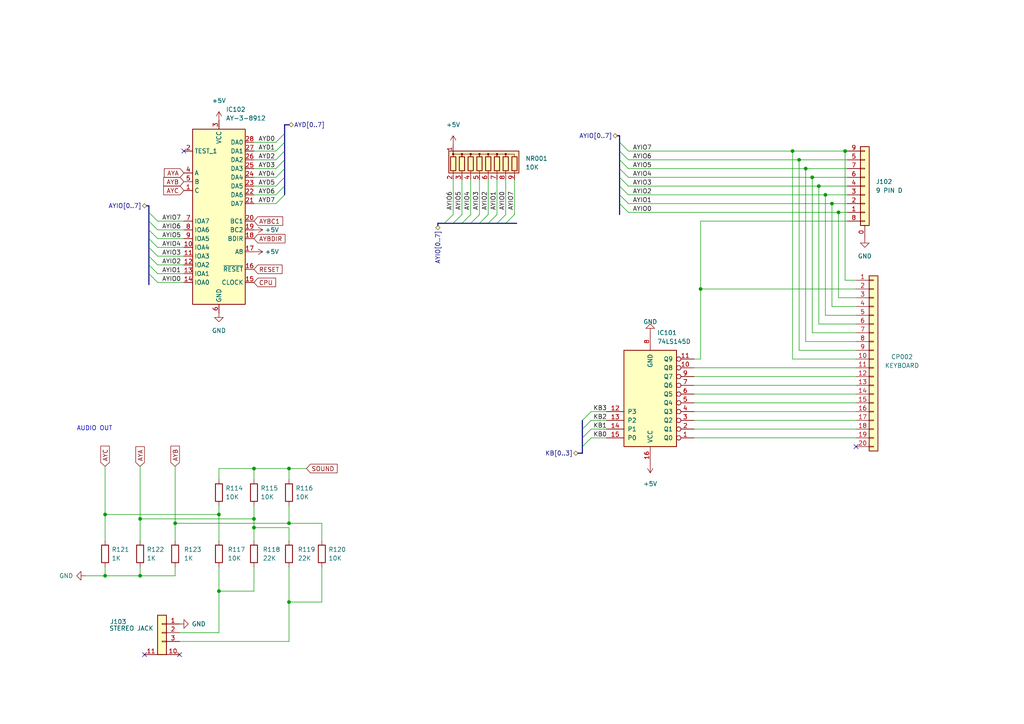
<source format=kicad_sch>
(kicad_sch (version 20211123) (generator eeschema)
  (paper "A4")
  (lib_symbols
    (symbol "74xx:74LS145" (pin_names (offset 1.016))
      (property "Reference" "U" (at -7.62 13.97 0))
      (property "Value" "74LS145" (at -7.62 -16.51 0))
      (symbol "74LS145_1_0"
        (pin open_collector inverted (at 12.7 10.16 180) (length 5.08) (name "Q0") (number "1"))
        (pin open_collector inverted (at 12.7 -10.16 180) (length 5.08) (name "Q8") (number "10"))
        (pin open_collector inverted (at 12.7 -12.7 180) (length 5.08) (name "Q9") (number "11"))
        (pin input line (at -12.7 2.54 0) (length 5.08) (name "P3") (number "12"))
        (pin input line (at -12.7 5.08 0) (length 5.08) (name "P2") (number "13"))
        (pin input line (at -12.7 7.62 0) (length 5.08) (name "P1") (number "14"))
        (pin input line (at -12.7 10.16 0) (length 5.08) (name "P0") (number "15"))
        (pin power_in line (at 0 17.78 270) (length 5.08) (name "VCC") (number "16"))
        (pin open_collector inverted (at 12.7 7.62 180) (length 5.08) (name "Q1") (number "2"))
        (pin open_collector inverted (at 12.7 5.08 180) (length 5.08) (name "Q2") (number "3"))
        (pin open_collector inverted (at 12.7 2.54 180) (length 5.08) (name "Q3") (number "4"))
        (pin open_collector inverted (at 12.7 0 180) (length 5.08) (name "Q4") (number "5"))
        (pin open_collector inverted (at 12.7 -2.54 180) (length 5.08) (name "Q5") (number "6"))
        (pin open_collector inverted (at 12.7 -5.08 180) (length 5.08) (name "Q6") (number "7"))
        (pin power_in line (at 0 -20.32 90) (length 5.08) (name "GND") (number "8"))
        (pin open_collector inverted (at 12.7 -7.62 180) (length 5.08) (name "Q7") (number "9"))
      )
      (symbol "74LS145_1_1"
        (rectangle (start -7.62 12.7) (end 7.62 -15.24) (stroke (width 0.254)) (fill (type background)))
      )
    )
    (symbol "Amstrad:AY-3-8912"
      (property "Reference" "U" (at -7.62 26.67 0))
      (property "Value" "AY-3-8912" (at 2.54 -26.67 0))
      (symbol "AY-3-8912_1_1"
        (rectangle (start -7.62 25.4) (end 7.62 -25.4) (stroke (width 0.254)) (fill (type background)))
        (pin output line (at -10.16 7.62 0) (length 2.54) (name "C") (number "1"))
        (pin input line (at -10.16 -8.89 0) (length 2.54) (name "IOA4") (number "10"))
        (pin input line (at -10.16 -11.43 0) (length 2.54) (name "IOA3") (number "11"))
        (pin input line (at -10.16 -13.97 0) (length 2.54) (name "IOA2") (number "12"))
        (pin input line (at -10.16 -16.51 0) (length 2.54) (name "IOA1") (number "13"))
        (pin input line (at -10.16 -19.05 0) (length 2.54) (name "IOA0") (number "14"))
        (pin input line (at 10.16 -19.05 180) (length 2.54) (name "CLOCK") (number "15"))
        (pin input line (at 10.16 -15.24 180) (length 2.54) (name "~{RESET}") (number "16"))
        (pin input line (at 10.16 -10.16 180) (length 2.54) (name "A8") (number "17"))
        (pin input line (at 10.16 -6.35 180) (length 2.54) (name "BDIR") (number "18"))
        (pin input line (at 10.16 -3.81 180) (length 2.54) (name "BC2") (number "19"))
        (pin passive line (at -10.16 19.05 0) (length 2.54) (name "TEST_1") (number "2"))
        (pin input line (at 10.16 -1.27 180) (length 2.54) (name "BC1") (number "20"))
        (pin tri_state line (at 10.16 3.81 180) (length 2.54) (name "DA7") (number "21"))
        (pin tri_state line (at 10.16 6.35 180) (length 2.54) (name "DA6") (number "22"))
        (pin tri_state line (at 10.16 8.89 180) (length 2.54) (name "DA5") (number "23"))
        (pin tri_state line (at 10.16 11.43 180) (length 2.54) (name "DA4") (number "24"))
        (pin tri_state line (at 10.16 13.97 180) (length 2.54) (name "DA3") (number "25"))
        (pin tri_state line (at 10.16 16.51 180) (length 2.54) (name "DA2") (number "26"))
        (pin tri_state line (at 10.16 19.05 180) (length 2.54) (name "DA1") (number "27"))
        (pin tri_state line (at 10.16 21.59 180) (length 2.54) (name "DA0") (number "28"))
        (pin power_in line (at 0 27.94 270) (length 2.54) (name "VCC") (number "3"))
        (pin output line (at -10.16 12.7 0) (length 2.54) (name "A") (number "4"))
        (pin output line (at -10.16 10.16 0) (length 2.54) (name "B") (number "5"))
        (pin power_in line (at 0 -27.94 90) (length 2.54) (name "GND") (number "6"))
        (pin input line (at -10.16 -1.27 0) (length 2.54) (name "IOA7") (number "7"))
        (pin input line (at -10.16 -3.81 0) (length 2.54) (name "IOA6") (number "8"))
        (pin input line (at -10.16 -6.35 0) (length 2.54) (name "IOA5") (number "9"))
      )
    )
    (symbol "CPC464-MINI:AUDIO" (pin_names (offset 1.016) hide)
      (property "Reference" "J103" (at 5.08 3.175 0))
      (property "Value" "AUDIO" (at 5.08 1.27 0))
      (symbol "AUDIO_1_1"
        (rectangle (start -1.27 -2.413) (end 0 -2.667) (stroke (width 0.1524)))
        (rectangle (start -1.27 0.127) (end 0 -0.127) (stroke (width 0.1524)))
        (rectangle (start -1.27 2.667) (end 0 2.413) (stroke (width 0.1524)))
        (rectangle (start -1.27 5.08) (end 1.27 -6.35) (stroke (width 0.254)) (fill (type background)))
        (pin passive line (at -5.08 2.54 0) (length 3.81) (name "1") (number "1"))
        (pin passive line (at -5.08 -6.35 0) (length 3.81) (name "10") (number "10"))
        (pin passive line (at 5.08 -6.35 180) (length 3.81) (name "11") (number "11"))
        (pin passive line (at -5.08 0 0) (length 3.81) (name "2") (number "2"))
        (pin passive line (at -5.08 -2.54 0) (length 3.81) (name "Ground") (number "3"))
      )
    )
    (symbol "CPC464-MINI:JOYSTICK" (pin_names (offset 1.016) hide)
      (property "Reference" "J102" (at 3.175 1.2701 0))
      (property "Value" "JOYSTICK" (at 3.175 -1.2699 0))
      (symbol "JOYSTICK_1_1"
        (rectangle (start -1.27 -10.033) (end 0 -10.287) (stroke (width 0.1524)))
        (rectangle (start -1.27 -7.493) (end 0 -7.747) (stroke (width 0.1524)))
        (rectangle (start -1.27 -4.953) (end 0 -5.207) (stroke (width 0.1524)))
        (rectangle (start -1.27 -2.413) (end 0 -2.667) (stroke (width 0.1524)))
        (rectangle (start -1.27 0.127) (end 0 -0.127) (stroke (width 0.1524)))
        (rectangle (start -1.27 2.667) (end 0 2.413) (stroke (width 0.1524)))
        (rectangle (start -1.27 5.207) (end 0 4.953) (stroke (width 0.1524)))
        (rectangle (start -1.27 7.747) (end 0 7.493) (stroke (width 0.1524)))
        (rectangle (start -1.27 10.287) (end 0 10.033) (stroke (width 0.1524)))
        (rectangle (start -1.27 11.43) (end 1.27 -11.43) (stroke (width 0.254)) (fill (type background)))
        (pin passive line (at 0 -15.24 90) (length 3.81) (name "GND") (number "0"))
        (pin passive line (at -5.08 -7.62 0) (length 3.81) (name "Pin_1") (number "1"))
        (pin passive line (at -5.08 -5.08 0) (length 3.81) (name "Pin_2") (number "2"))
        (pin passive line (at -5.08 -2.54 0) (length 3.81) (name "Pin_3") (number "3"))
        (pin passive line (at -5.08 0 0) (length 3.81) (name "Pin_4") (number "4"))
        (pin passive line (at -5.08 7.62 0) (length 3.81) (name "Pin_5") (number "5"))
        (pin passive line (at -5.08 2.54 0) (length 3.81) (name "Pin_6") (number "6"))
        (pin passive line (at -5.08 5.08 0) (length 3.81) (name "Pin_7") (number "7"))
        (pin passive line (at -5.08 -10.16 0) (length 3.81) (name "Pin_8") (number "8"))
        (pin passive line (at -5.08 10.16 0) (length 3.81) (name "Pin_9") (number "9"))
      )
    )
    (symbol "Connector_Generic:Conn_01x20" (pin_names (offset 1.016) hide)
      (property "Reference" "J" (at 0 25.4 0))
      (property "Value" "Conn_01x20" (at 0 -27.94 0))
      (symbol "Conn_01x20_1_1"
        (rectangle (start -1.27 -25.273) (end 0 -25.527) (stroke (width 0.1524)))
        (rectangle (start -1.27 -22.733) (end 0 -22.987) (stroke (width 0.1524)))
        (rectangle (start -1.27 -20.193) (end 0 -20.447) (stroke (width 0.1524)))
        (rectangle (start -1.27 -17.653) (end 0 -17.907) (stroke (width 0.1524)))
        (rectangle (start -1.27 -15.113) (end 0 -15.367) (stroke (width 0.1524)))
        (rectangle (start -1.27 -12.573) (end 0 -12.827) (stroke (width 0.1524)))
        (rectangle (start -1.27 -10.033) (end 0 -10.287) (stroke (width 0.1524)))
        (rectangle (start -1.27 -7.493) (end 0 -7.747) (stroke (width 0.1524)))
        (rectangle (start -1.27 -4.953) (end 0 -5.207) (stroke (width 0.1524)))
        (rectangle (start -1.27 -2.413) (end 0 -2.667) (stroke (width 0.1524)))
        (rectangle (start -1.27 0.127) (end 0 -0.127) (stroke (width 0.1524)))
        (rectangle (start -1.27 2.667) (end 0 2.413) (stroke (width 0.1524)))
        (rectangle (start -1.27 5.207) (end 0 4.953) (stroke (width 0.1524)))
        (rectangle (start -1.27 7.747) (end 0 7.493) (stroke (width 0.1524)))
        (rectangle (start -1.27 10.287) (end 0 10.033) (stroke (width 0.1524)))
        (rectangle (start -1.27 12.827) (end 0 12.573) (stroke (width 0.1524)))
        (rectangle (start -1.27 15.367) (end 0 15.113) (stroke (width 0.1524)))
        (rectangle (start -1.27 17.907) (end 0 17.653) (stroke (width 0.1524)))
        (rectangle (start -1.27 20.447) (end 0 20.193) (stroke (width 0.1524)))
        (rectangle (start -1.27 22.987) (end 0 22.733) (stroke (width 0.1524)))
        (rectangle (start -1.27 24.13) (end 1.27 -26.67) (stroke (width 0.254)) (fill (type background)))
        (pin passive line (at -5.08 22.86 0) (length 3.81) (name "Pin_1") (number "1"))
        (pin passive line (at -5.08 0 0) (length 3.81) (name "Pin_10") (number "10"))
        (pin passive line (at -5.08 -2.54 0) (length 3.81) (name "Pin_11") (number "11"))
        (pin passive line (at -5.08 -5.08 0) (length 3.81) (name "Pin_12") (number "12"))
        (pin passive line (at -5.08 -7.62 0) (length 3.81) (name "Pin_13") (number "13"))
        (pin passive line (at -5.08 -10.16 0) (length 3.81) (name "Pin_14") (number "14"))
        (pin passive line (at -5.08 -12.7 0) (length 3.81) (name "Pin_15") (number "15"))
        (pin passive line (at -5.08 -15.24 0) (length 3.81) (name "Pin_16") (number "16"))
        (pin passive line (at -5.08 -17.78 0) (length 3.81) (name "Pin_17") (number "17"))
        (pin passive line (at -5.08 -20.32 0) (length 3.81) (name "Pin_18") (number "18"))
        (pin passive line (at -5.08 -22.86 0) (length 3.81) (name "Pin_19") (number "19"))
        (pin passive line (at -5.08 20.32 0) (length 3.81) (name "Pin_2") (number "2"))
        (pin passive line (at -5.08 -25.4 0) (length 3.81) (name "Pin_20") (number "20"))
        (pin passive line (at -5.08 17.78 0) (length 3.81) (name "Pin_3") (number "3"))
        (pin passive line (at -5.08 15.24 0) (length 3.81) (name "Pin_4") (number "4"))
        (pin passive line (at -5.08 12.7 0) (length 3.81) (name "Pin_5") (number "5"))
        (pin passive line (at -5.08 10.16 0) (length 3.81) (name "Pin_6") (number "6"))
        (pin passive line (at -5.08 7.62 0) (length 3.81) (name "Pin_7") (number "7"))
        (pin passive line (at -5.08 5.08 0) (length 3.81) (name "Pin_8") (number "8"))
        (pin passive line (at -5.08 2.54 0) (length 3.81) (name "Pin_9") (number "9"))
      )
    )
    (symbol "Device:R" (pin_numbers hide) (pin_names (offset 0))
      (property "Reference" "R" (at 2.032 0 90))
      (property "Value" "R" (at 0 0 90))
      (symbol "R_0_1"
        (rectangle (start -1.016 -2.54) (end 1.016 2.54) (stroke (width 0.254)))
      )
      (symbol "R_1_1"
        (pin passive line (at 0 3.81 270) (length 1.27) (name "~") (number "1"))
        (pin passive line (at 0 -3.81 90) (length 1.27) (name "~") (number "2"))
      )
    )
    (symbol "Device:R_Network08" (pin_names (offset 0) hide)
      (property "Reference" "RN" (at -12.7 0 90))
      (property "Value" "R_Network08" (at 10.16 0 90))
      (symbol "R_Network08_0_1"
        (rectangle (start -11.43 -3.175) (end 8.89 3.175) (stroke (width 0.254)) (fill (type background)))
        (rectangle (start -10.922 1.524) (end -9.398 -2.54) (stroke (width 0.254)))
        (circle (center -10.16 2.286) (radius 0.254) (fill (type outline)))
        (rectangle (start -8.382 1.524) (end -6.858 -2.54) (stroke (width 0.254)))
        (circle (center -7.62 2.286) (radius 0.254) (fill (type outline)))
        (rectangle (start -5.842 1.524) (end -4.318 -2.54) (stroke (width 0.254)))
        (circle (center -5.08 2.286) (radius 0.254) (fill (type outline)))
        (rectangle (start -3.302 1.524) (end -1.778 -2.54) (stroke (width 0.254)))
        (circle (center -2.54 2.286) (radius 0.254) (fill (type outline)))
        (rectangle (start -0.762 1.524) (end 0.762 -2.54) (stroke (width 0.254)))
        (polyline (pts (xy -10.16 -2.54) (xy -10.16 -3.81)))
        (polyline (pts (xy -7.62 -2.54) (xy -7.62 -3.81)))
        (polyline (pts (xy -5.08 -2.54) (xy -5.08 -3.81)))
        (polyline (pts (xy -2.54 -2.54) (xy -2.54 -3.81)))
        (polyline (pts (xy 0 -2.54) (xy 0 -3.81)))
        (polyline (pts (xy 2.54 -2.54) (xy 2.54 -3.81)))
        (polyline (pts (xy 5.08 -2.54) (xy 5.08 -3.81)))
        (polyline (pts (xy 7.62 -2.54) (xy 7.62 -3.81)))
        (polyline (pts (xy -10.16 1.524) (xy -10.16 2.286) (xy -7.62 2.286) (xy -7.62 1.524)))
        (polyline (pts (xy -7.62 1.524) (xy -7.62 2.286) (xy -5.08 2.286) (xy -5.08 1.524)))
        (polyline (pts (xy -5.08 1.524) (xy -5.08 2.286) (xy -2.54 2.286) (xy -2.54 1.524)))
        (polyline (pts (xy -2.54 1.524) (xy -2.54 2.286) (xy 0 2.286) (xy 0 1.524)))
        (polyline (pts (xy 0 1.524) (xy 0 2.286) (xy 2.54 2.286) (xy 2.54 1.524)))
        (polyline (pts (xy 2.54 1.524) (xy 2.54 2.286) (xy 5.08 2.286) (xy 5.08 1.524)))
        (polyline (pts (xy 5.08 1.524) (xy 5.08 2.286) (xy 7.62 2.286) (xy 7.62 1.524)))
        (circle (center 0 2.286) (radius 0.254) (fill (type outline)))
        (rectangle (start 1.778 1.524) (end 3.302 -2.54) (stroke (width 0.254)))
        (circle (center 2.54 2.286) (radius 0.254) (fill (type outline)))
        (rectangle (start 4.318 1.524) (end 5.842 -2.54) (stroke (width 0.254)))
        (circle (center 5.08 2.286) (radius 0.254) (fill (type outline)))
        (rectangle (start 6.858 1.524) (end 8.382 -2.54) (stroke (width 0.254)))
      )
      (symbol "R_Network08_1_1"
        (pin passive line (at -10.16 5.08 270) (length 2.54) (name "common") (number "1"))
        (pin passive line (at -10.16 -5.08 90) (length 1.27) (name "R1") (number "2"))
        (pin passive line (at -7.62 -5.08 90) (length 1.27) (name "R2") (number "3"))
        (pin passive line (at -5.08 -5.08 90) (length 1.27) (name "R3") (number "4"))
        (pin passive line (at -2.54 -5.08 90) (length 1.27) (name "R4") (number "5"))
        (pin passive line (at 0 -5.08 90) (length 1.27) (name "R5") (number "6"))
        (pin passive line (at 2.54 -5.08 90) (length 1.27) (name "R6") (number "7"))
        (pin passive line (at 5.08 -5.08 90) (length 1.27) (name "R7") (number "8"))
        (pin passive line (at 7.62 -5.08 90) (length 1.27) (name "R8") (number "9"))
      )
    )
    (symbol "power:+5V" (power) (pin_names (offset 0))
      (property "Value" "+5V" (at 0 3.556 0))
      (symbol "+5V_0_1"
        (polyline (pts (xy -0.762 1.27) (xy 0 2.54)))
        (polyline (pts (xy 0 0) (xy 0 2.54)))
        (polyline (pts (xy 0 2.54) (xy 0.762 1.27)))
      )
      (symbol "+5V_1_1"
        (pin power_in line (at 0 0 90) (length 0) hide (name "+5V") (number "1"))
      )
    )
    (symbol "power:GND" (power) (pin_names (offset 0))
      (property "Value" "GND" (at 0 -3.81 0))
      (symbol "GND_0_1"
        (polyline (pts (xy 0 0) (xy 0 -1.27) (xy 1.27 -1.27) (xy 0 -2.54) (xy -1.27 -1.27) (xy 0 -1.27)))
      )
      (symbol "GND_1_1"
        (pin power_in line (at 0 0 270) (length 0) hide (name "GND") (number "1"))
      )
    )
  )
  (junction (at 83.82 135.89))
  (junction (at 73.66 150.495))
  (junction (at 83.82 174.625))
  (junction (at 229.87 43.815))
  (junction (at 231.775 46.355))
  (junction (at 233.68 48.895))
  (junction (at 30.48 167.005))
  (junction (at 203.2 83.82))
  (junction (at 243.205 61.595))
  (junction (at 50.8 151.765))
  (junction (at 235.585 51.435))
  (junction (at 83.82 151.765))
  (junction (at 73.66 135.89))
  (junction (at 245.11 43.815))
  (junction (at 40.64 167.005))
  (junction (at 73.66 153.035))
  (junction (at 237.49 53.975))
  (junction (at 30.48 149.225))
  (junction (at 63.5 149.225))
  (junction (at 63.5 171.45))
  (junction (at 239.395 56.515))
  (junction (at 40.64 150.495))
  (junction (at 241.3 59.055))
  (no_connect (at 52.07 189.865))
  (no_connect (at 41.91 189.865))
  (no_connect (at 53.34 43.815))
  (no_connect (at 248.285 129.54))
  (bus_entry (at 168.91 124.46) (size 2.54 -2.54))
  (bus_entry (at 80.01 51.435) (size 2.54 -2.54))
  (bus_entry (at 168.91 121.92) (size 2.54 -2.54))
  (bus_entry (at 43.18 61.595) (size 2.54 2.54))
  (bus_entry (at 136.525 64.77) (size 2.54 -2.54))
  (bus_entry (at 146.685 64.77) (size 2.54 -2.54))
  (bus_entry (at 133.985 64.77) (size 2.54 -2.54))
  (bus_entry (at 179.705 53.975) (size 2.54 2.54))
  (bus_entry (at 43.18 76.835) (size 2.54 2.54))
  (bus_entry (at 179.705 48.895) (size 2.54 2.54))
  (bus_entry (at 144.145 64.77) (size 2.54 -2.54))
  (bus_entry (at 80.01 43.815) (size 2.54 -2.54))
  (bus_entry (at 80.01 48.895) (size 2.54 -2.54))
  (bus_entry (at 43.18 64.135) (size 2.54 2.54))
  (bus_entry (at 141.605 64.77) (size 2.54 -2.54))
  (bus_entry (at 168.91 129.54) (size 2.54 -2.54))
  (bus_entry (at 179.705 46.355) (size 2.54 2.54))
  (bus_entry (at 80.01 59.055) (size 2.54 -2.54))
  (bus_entry (at 179.705 59.055) (size 2.54 2.54))
  (bus_entry (at 43.18 66.675) (size 2.54 2.54))
  (bus_entry (at 43.18 79.375) (size 2.54 2.54))
  (bus_entry (at 131.445 64.77) (size 2.54 -2.54))
  (bus_entry (at 179.705 43.815) (size 2.54 2.54))
  (bus_entry (at 179.705 41.275) (size 2.54 2.54))
  (bus_entry (at 43.18 74.295) (size 2.54 2.54))
  (bus_entry (at 179.705 56.515) (size 2.54 2.54))
  (bus_entry (at 128.905 64.77) (size 2.54 -2.54))
  (bus_entry (at 168.91 127) (size 2.54 -2.54))
  (bus_entry (at 80.01 46.355) (size 2.54 -2.54))
  (bus_entry (at 80.01 41.275) (size 2.54 -2.54))
  (bus_entry (at 80.01 56.515) (size 2.54 -2.54))
  (bus_entry (at 139.065 64.77) (size 2.54 -2.54))
  (bus_entry (at 179.705 51.435) (size 2.54 2.54))
  (bus_entry (at 80.01 53.975) (size 2.54 -2.54))
  (bus_entry (at 43.18 71.755) (size 2.54 2.54))
  (bus_entry (at 43.18 69.215) (size 2.54 2.54))
  (wire (pts (xy 235.585 96.52) (xy 235.585 51.435)))
  (wire (pts (xy 93.345 174.625) (xy 93.345 164.465)))
  (bus (pts (xy 43.18 66.675) (xy 43.18 69.215)))
  (wire (pts (xy 203.2 83.82) (xy 203.2 64.135)))
  (wire (pts (xy 45.72 76.835) (xy 53.34 76.835)))
  (bus (pts (xy 179.705 48.895) (xy 179.705 51.435)))
  (wire (pts (xy 241.3 59.055) (xy 245.745 59.055)))
  (wire (pts (xy 83.82 135.89) (xy 83.82 139.065)))
  (wire (pts (xy 131.445 62.23) (xy 131.445 52.07)))
  (wire (pts (xy 52.07 186.055) (xy 83.82 186.055)))
  (wire (pts (xy 50.8 135.255) (xy 50.8 151.765)))
  (bus (pts (xy 43.18 69.215) (xy 43.18 71.755)))
  (bus (pts (xy 82.55 36.195) (xy 82.55 38.735)))
  (wire (pts (xy 201.295 109.22) (xy 248.285 109.22)))
  (wire (pts (xy 248.285 101.6) (xy 231.775 101.6)))
  (bus (pts (xy 43.18 76.835) (xy 43.18 79.375)))
  (wire (pts (xy 73.66 51.435) (xy 80.01 51.435)))
  (wire (pts (xy 30.48 164.465) (xy 30.48 167.005)))
  (wire (pts (xy 182.245 48.895) (xy 233.68 48.895)))
  (wire (pts (xy 237.49 93.98) (xy 237.49 53.975)))
  (wire (pts (xy 139.065 62.23) (xy 139.065 52.07)))
  (wire (pts (xy 40.64 164.465) (xy 40.64 167.005)))
  (wire (pts (xy 63.5 135.89) (xy 73.66 135.89)))
  (wire (pts (xy 149.225 62.23) (xy 149.225 52.07)))
  (wire (pts (xy 233.68 48.895) (xy 245.745 48.895)))
  (wire (pts (xy 83.82 135.89) (xy 88.9 135.89)))
  (wire (pts (xy 241.3 88.9) (xy 241.3 59.055)))
  (wire (pts (xy 237.49 53.975) (xy 245.745 53.975)))
  (bus (pts (xy 179.705 56.515) (xy 179.705 59.055)))
  (wire (pts (xy 243.205 61.595) (xy 245.745 61.595)))
  (bus (pts (xy 139.065 64.77) (xy 141.605 64.77)))
  (bus (pts (xy 127 65.405) (xy 127 64.77)))
  (wire (pts (xy 73.66 171.45) (xy 63.5 171.45)))
  (wire (pts (xy 248.285 96.52) (xy 235.585 96.52)))
  (wire (pts (xy 73.66 48.895) (xy 80.01 48.895)))
  (wire (pts (xy 229.87 104.14) (xy 229.87 43.815)))
  (bus (pts (xy 82.55 41.275) (xy 82.55 43.815)))
  (wire (pts (xy 83.82 151.765) (xy 83.82 146.685)))
  (wire (pts (xy 50.8 167.005) (xy 50.8 164.465)))
  (bus (pts (xy 144.145 64.77) (xy 146.685 64.77)))
  (wire (pts (xy 201.295 106.68) (xy 248.285 106.68)))
  (wire (pts (xy 245.11 81.28) (xy 245.11 43.815)))
  (bus (pts (xy 179.705 39.37) (xy 179.705 41.275)))
  (wire (pts (xy 233.68 99.06) (xy 233.68 48.895)))
  (bus (pts (xy 141.605 64.77) (xy 144.145 64.77)))
  (bus (pts (xy 168.91 127) (xy 168.91 124.46)))
  (bus (pts (xy 179.705 59.055) (xy 179.705 62.23)))
  (bus (pts (xy 127 64.77) (xy 128.905 64.77)))
  (wire (pts (xy 63.5 139.065) (xy 63.5 135.89)))
  (bus (pts (xy 168.91 124.46) (xy 168.91 121.92)))
  (wire (pts (xy 45.72 66.675) (xy 53.34 66.675)))
  (bus (pts (xy 133.985 64.77) (xy 136.525 64.77)))
  (wire (pts (xy 30.48 149.225) (xy 30.48 156.845)))
  (bus (pts (xy 83.82 36.195) (xy 82.55 36.195)))
  (wire (pts (xy 73.66 56.515) (xy 80.01 56.515)))
  (wire (pts (xy 245.11 43.815) (xy 229.87 43.815)))
  (wire (pts (xy 248.285 99.06) (xy 233.68 99.06)))
  (wire (pts (xy 239.395 91.44) (xy 239.395 56.515)))
  (bus (pts (xy 43.18 74.295) (xy 43.18 76.835)))
  (bus (pts (xy 43.18 64.135) (xy 43.18 66.675)))
  (wire (pts (xy 248.285 81.28) (xy 245.11 81.28)))
  (wire (pts (xy 171.45 127) (xy 175.895 127)))
  (wire (pts (xy 63.5 171.45) (xy 63.5 164.465)))
  (bus (pts (xy 179.705 53.975) (xy 179.705 56.515)))
  (wire (pts (xy 243.205 61.595) (xy 243.205 86.36)))
  (bus (pts (xy 179.705 51.435) (xy 179.705 53.975)))
  (wire (pts (xy 45.72 69.215) (xy 53.34 69.215)))
  (wire (pts (xy 73.66 150.495) (xy 73.66 146.685)))
  (wire (pts (xy 231.775 101.6) (xy 231.775 46.355)))
  (bus (pts (xy 131.445 64.77) (xy 133.985 64.77)))
  (wire (pts (xy 52.07 183.515) (xy 63.5 183.515)))
  (wire (pts (xy 73.66 59.055) (xy 80.01 59.055)))
  (wire (pts (xy 40.64 135.255) (xy 40.64 150.495)))
  (bus (pts (xy 179.705 46.355) (xy 179.705 48.895)))
  (wire (pts (xy 248.285 91.44) (xy 239.395 91.44)))
  (bus (pts (xy 168.91 131.445) (xy 168.91 129.54)))
  (wire (pts (xy 201.295 119.38) (xy 248.285 119.38)))
  (wire (pts (xy 231.775 46.355) (xy 245.745 46.355)))
  (bus (pts (xy 82.55 51.435) (xy 82.55 53.975)))
  (wire (pts (xy 201.295 114.3) (xy 248.285 114.3)))
  (bus (pts (xy 82.55 46.355) (xy 82.55 48.895)))
  (wire (pts (xy 83.82 174.625) (xy 93.345 174.625)))
  (wire (pts (xy 248.285 88.9) (xy 241.3 88.9)))
  (bus (pts (xy 42.545 59.69) (xy 43.18 59.69)))
  (wire (pts (xy 201.295 121.92) (xy 248.285 121.92)))
  (wire (pts (xy 171.45 121.92) (xy 175.895 121.92)))
  (wire (pts (xy 133.985 62.23) (xy 133.985 52.07)))
  (wire (pts (xy 83.82 156.845) (xy 83.82 153.035)))
  (wire (pts (xy 182.245 56.515) (xy 239.395 56.515)))
  (wire (pts (xy 63.5 149.225) (xy 63.5 156.845)))
  (wire (pts (xy 24.765 167.005) (xy 30.48 167.005)))
  (wire (pts (xy 136.525 62.23) (xy 136.525 52.07)))
  (wire (pts (xy 73.66 43.815) (xy 80.01 43.815)))
  (wire (pts (xy 93.345 151.765) (xy 93.345 156.845)))
  (bus (pts (xy 82.55 48.895) (xy 82.55 51.435)))
  (wire (pts (xy 201.295 116.84) (xy 248.285 116.84)))
  (bus (pts (xy 168.91 129.54) (xy 168.91 127)))
  (wire (pts (xy 73.66 135.89) (xy 83.82 135.89)))
  (wire (pts (xy 201.295 104.14) (xy 203.2 104.14)))
  (wire (pts (xy 203.2 64.135) (xy 245.745 64.135)))
  (wire (pts (xy 83.82 151.765) (xy 93.345 151.765)))
  (wire (pts (xy 83.82 164.465) (xy 83.82 174.625)))
  (bus (pts (xy 43.18 79.375) (xy 43.18 82.55)))
  (bus (pts (xy 179.07 39.37) (xy 179.705 39.37)))
  (bus (pts (xy 179.705 43.815) (xy 179.705 46.355)))
  (wire (pts (xy 203.2 104.14) (xy 203.2 83.82)))
  (wire (pts (xy 83.82 153.035) (xy 73.66 153.035)))
  (wire (pts (xy 201.295 111.76) (xy 248.285 111.76)))
  (bus (pts (xy 128.905 64.77) (xy 131.445 64.77)))
  (wire (pts (xy 45.72 64.135) (xy 53.34 64.135)))
  (wire (pts (xy 83.82 186.055) (xy 83.82 174.625)))
  (wire (pts (xy 63.5 183.515) (xy 63.5 171.45)))
  (wire (pts (xy 45.72 71.755) (xy 53.34 71.755)))
  (wire (pts (xy 40.64 150.495) (xy 73.66 150.495)))
  (bus (pts (xy 43.18 71.755) (xy 43.18 74.295)))
  (wire (pts (xy 45.72 81.915) (xy 53.34 81.915)))
  (bus (pts (xy 43.18 61.595) (xy 43.18 64.135)))
  (wire (pts (xy 30.48 135.255) (xy 30.48 149.225)))
  (wire (pts (xy 201.295 127) (xy 248.285 127)))
  (bus (pts (xy 43.18 59.69) (xy 43.18 61.595)))
  (wire (pts (xy 30.48 149.225) (xy 63.5 149.225)))
  (wire (pts (xy 239.395 56.515) (xy 245.745 56.515)))
  (wire (pts (xy 73.66 153.035) (xy 73.66 156.845)))
  (wire (pts (xy 73.66 164.465) (xy 73.66 171.45)))
  (wire (pts (xy 45.72 79.375) (xy 53.34 79.375)))
  (bus (pts (xy 82.55 43.815) (xy 82.55 46.355)))
  (wire (pts (xy 182.245 51.435) (xy 235.585 51.435)))
  (wire (pts (xy 146.685 62.23) (xy 146.685 52.07)))
  (wire (pts (xy 235.585 51.435) (xy 245.745 51.435)))
  (wire (pts (xy 248.285 104.14) (xy 229.87 104.14)))
  (wire (pts (xy 243.205 86.36) (xy 248.285 86.36)))
  (wire (pts (xy 171.45 124.46) (xy 175.895 124.46)))
  (bus (pts (xy 82.55 38.735) (xy 82.55 41.275)))
  (bus (pts (xy 82.55 53.975) (xy 82.55 56.515)))
  (wire (pts (xy 245.745 43.815) (xy 245.11 43.815)))
  (bus (pts (xy 136.525 64.77) (xy 139.065 64.77)))
  (wire (pts (xy 50.8 151.765) (xy 50.8 156.845)))
  (wire (pts (xy 40.64 167.005) (xy 50.8 167.005)))
  (wire (pts (xy 182.245 61.595) (xy 243.205 61.595)))
  (wire (pts (xy 203.2 83.82) (xy 248.285 83.82)))
  (wire (pts (xy 144.145 62.23) (xy 144.145 52.07)))
  (wire (pts (xy 73.66 46.355) (xy 80.01 46.355)))
  (wire (pts (xy 182.245 53.975) (xy 237.49 53.975)))
  (wire (pts (xy 182.245 46.355) (xy 231.775 46.355)))
  (wire (pts (xy 201.295 124.46) (xy 248.285 124.46)))
  (bus (pts (xy 167.64 131.445) (xy 168.91 131.445)))
  (wire (pts (xy 73.66 53.975) (xy 80.01 53.975)))
  (bus (pts (xy 179.705 41.275) (xy 179.705 43.815)))
  (wire (pts (xy 73.66 41.275) (xy 80.01 41.275)))
  (wire (pts (xy 73.66 135.89) (xy 73.66 139.065)))
  (wire (pts (xy 40.64 150.495) (xy 40.64 156.845)))
  (wire (pts (xy 45.72 74.295) (xy 53.34 74.295)))
  (wire (pts (xy 73.66 150.495) (xy 73.66 153.035)))
  (bus (pts (xy 146.685 64.77) (xy 149.86 64.77)))
  (wire (pts (xy 30.48 167.005) (xy 40.64 167.005)))
  (wire (pts (xy 248.285 93.98) (xy 237.49 93.98)))
  (wire (pts (xy 50.8 151.765) (xy 83.82 151.765)))
  (wire (pts (xy 171.45 119.38) (xy 175.895 119.38)))
  (wire (pts (xy 141.605 62.23) (xy 141.605 52.07)))
  (wire (pts (xy 182.245 59.055) (xy 241.3 59.055)))
  (wire (pts (xy 182.245 43.815) (xy 229.87 43.815)))
  (wire (pts (xy 63.5 149.225) (xy 63.5 146.685)))
  (text "AUDIO OUT\n" (at 22.225 125.095 0) (effects (font (size 1.27 1.27)) (justify left bottom)))
  (label "AYD7" (at 74.93 59.055 0))
  (label "AYIO0" (at 146.685 60.96 90))
  (label "AYIO5" (at 133.985 60.96 90))
  (label "AYIO5" (at 183.515 48.895 0))
  (label "KB1" (at 172.085 124.46 0))
  (label "KB0" (at 172.085 127 0))
  (label "AYIO2" (at 46.99 76.835 0))
  (label "KB3" (at 172.085 119.38 0))
  (label "AYIO0" (at 46.99 81.915 0))
  (label "AYIO0" (at 183.515 61.595 0))
  (label "AYIO6" (at 46.99 66.675 0))
  (label "AYIO6" (at 131.445 60.96 90))
  (label "AYD1" (at 74.93 43.815 0))
  (label "AYIO6" (at 183.515 46.355 0))
  (label "AYIO2" (at 183.515 56.515 0))
  (label "AYIO4" (at 183.515 51.435 0))
  (label "AYD0" (at 74.93 41.275 0))
  (label "AYIO3" (at 139.065 60.96 90))
  (label "AYIO1" (at 144.145 60.96 90))
  (label "AYIO7" (at 149.225 60.96 90))
  (label "AYIO1" (at 183.515 59.055 0))
  (label "AYIO7" (at 183.515 43.815 0))
  (label "AYIO3" (at 46.99 74.295 0))
  (label "AYIO7" (at 46.99 64.135 0))
  (label "AYIO1" (at 46.99 79.375 0))
  (label "AYIO2" (at 141.605 60.96 90))
  (label "AYIO4" (at 136.525 60.96 90))
  (label "AYD3" (at 74.93 48.895 0))
  (label "KB2" (at 172.085 121.92 0))
  (label "AYD2" (at 74.93 46.355 0))
  (label "AYIO4" (at 46.99 71.755 0))
  (label "AYD5" (at 74.93 53.975 0))
  (label "AYD4" (at 74.93 51.435 0))
  (label "AYD6" (at 74.93 56.515 0))
  (label "AYIO3" (at 183.515 53.975 0))
  (label "AYIO5" (at 46.99 69.215 0))
  (global_label "AYC" (shape input) (at 53.34 55.245 180) (property "Intersheet References" "${INTERSHEET_REFS}" (effects hide)))
  (global_label "AYC" (shape input) (at 30.48 135.255 90) (property "Intersheet References" "${INTERSHEET_REFS}" (effects hide)))
  (global_label "AYBC1" (shape input) (at 73.66 64.135 0) (property "Intersheet References" "${INTERSHEET_REFS}" (effects hide)))
  (global_label "AYA" (shape input) (at 40.64 135.255 90) (property "Intersheet References" "${INTERSHEET_REFS}" (effects hide)))
  (global_label "AYB" (shape input) (at 53.34 52.705 180) (property "Intersheet References" "${INTERSHEET_REFS}" (effects hide)))
  (global_label "AYA" (shape input) (at 53.34 50.165 180) (property "Intersheet References" "${INTERSHEET_REFS}" (effects hide)))
  (global_label "CPU" (shape input) (at 73.66 81.915 0) (property "Intersheet References" "${INTERSHEET_REFS}" (effects hide)))
  (global_label "AYBDIR" (shape input) (at 73.66 69.215 0) (property "Intersheet References" "${INTERSHEET_REFS}" (effects hide)))
  (global_label "RESET" (shape input) (at 73.66 78.105 0) (property "Intersheet References" "${INTERSHEET_REFS}" (effects hide)))
  (global_label "SOUND" (shape input) (at 88.9 135.89 0) (property "Intersheet References" "${INTERSHEET_REFS}" (effects hide)))
  (global_label "AYB" (shape input) (at 50.8 135.255 90) (property "Intersheet References" "${INTERSHEET_REFS}" (effects hide)))
  (hierarchical_label "AYIO[0..7]" (shape bidirectional) (at 179.07 39.37 180))
  (hierarchical_label "AYD[0..7]" (shape bidirectional) (at 83.82 36.195 0))
  (hierarchical_label "KB[0..3]" (shape bidirectional) (at 167.64 131.445 180))
  (hierarchical_label "AYIO[0..7]" (shape bidirectional) (at 42.545 59.69 180))
  (hierarchical_label "AYIO[0..7]" (shape bidirectional) (at 127 65.405 270))
  (symbol (lib_id "Device:R") (at 63.5 160.655 180) (unit 1)
    (property "Reference" "R117" (at 66.04 159.3849 0) (effects (justify right)))
    (property "Value" "10K" (at 66.04 161.9249 0) (effects (justify right)))
    (property "Footprint" "Resistor_SMD:R_0805_2012Metric" (effects hide))
    (property "LCSC" "C84376" (effects hide))
  )
  (symbol (lib_id "power:+5V") (at 73.66 66.675 270) (unit 1)
    (property "Reference" "#PWR0148" (effects hide))
    (property "Value" "+5V" (at 76.835 66.6749 90) (effects (justify left)))
  )
  (symbol (lib_id "Device:R") (at 83.82 142.875 180) (unit 1)
    (property "Reference" "R116" (at 85.725 141.6049 0) (effects (justify right)))
    (property "Value" "10K" (at 85.725 144.1449 0) (effects (justify right)))
    (property "Footprint" "Resistor_SMD:R_0805_2012Metric" (effects hide))
    (property "LCSC" "C84376" (effects hide))
  )
  (symbol (lib_id "power:GND") (at 250.825 69.215 0) (unit 1)
    (property "Reference" "#PWR0135" (effects hide))
    (property "Value" "GND" (at 250.825 74.295 0))
  )
  (symbol (lib_id "power:GND") (at 63.5 90.805 0) (unit 1)
    (property "Reference" "#PWR0146" (effects hide))
    (property "Value" "GND" (at 63.5 95.885 0))
  )
  (symbol (lib_id "CPC464-MINI:AUDIO") (at 46.99 183.515 0) (mirror y) (unit 1)
    (property "Reference" "J103" (at 34.29 180.34 0))
    (property "Value" "STEREO JACK" (at 38.1 182.245 0))
    (property "Footprint" "CPC464-MINI:STEREO" (effects hide))
  )
  (symbol (lib_id "Device:R") (at 83.82 160.655 180) (unit 1)
    (property "Reference" "R119" (at 86.36 159.3849 0) (effects (justify right)))
    (property "Value" "22K" (at 86.36 161.9249 0) (effects (justify right)))
    (property "Footprint" "Resistor_SMD:R_0805_2012Metric" (effects hide))
    (property "LCSC" "C114565" (effects hide))
  )
  (symbol (lib_id "Device:R") (at 50.8 160.655 180) (unit 1)
    (property "Reference" "R123" (at 53.34 159.3849 0) (effects (justify right)))
    (property "Value" "1K" (at 53.34 161.9249 0) (effects (justify right)))
    (property "Footprint" "Resistor_SMD:R_0805_2012Metric" (effects hide))
    (property "LCSC" "C482939" (effects hide))
  )
  (symbol (lib_id "power:GND") (at 24.765 167.005 270) (unit 1)
    (property "Reference" "#PWR0145" (effects hide))
    (property "Value" "GND" (at 17.145 167.005 90) (effects (justify left)))
  )
  (symbol (lib_id "power:GND") (at 52.07 180.975 90) (unit 1)
    (property "Reference" "#PWR0136" (effects hide))
    (property "Value" "GND" (at 59.69 180.975 90) (effects (justify left)))
  )
  (symbol (lib_id "Device:R") (at 30.48 160.655 180) (unit 1)
    (property "Reference" "R121" (at 32.385 159.3849 0) (effects (justify right)))
    (property "Value" "1K" (at 32.385 161.9249 0) (effects (justify right)))
    (property "Footprint" "Resistor_SMD:R_0805_2012Metric" (effects hide))
    (property "LCSC" "C482939" (effects hide))
  )
  (symbol (lib_id "Device:R") (at 73.66 160.655 180) (unit 1)
    (property "Reference" "R118" (at 76.2 159.3849 0) (effects (justify right)))
    (property "Value" "22K" (at 76.2 161.9249 0) (effects (justify right)))
    (property "Footprint" "Resistor_SMD:R_0805_2012Metric" (effects hide))
    (property "LCSC" "C114565" (effects hide))
  )
  (symbol (lib_id "power:+5V") (at 73.66 73.025 270) (unit 1)
    (property "Reference" "#PWR0147" (effects hide))
    (property "Value" "+5V" (at 76.835 73.0249 90) (effects (justify left)))
  )
  (symbol (lib_id "Device:R_Network08") (at 141.605 46.99 0) (unit 1)
    (property "Reference" "NR001" (at 152.4 45.9739 0) (effects (justify left)))
    (property "Value" "10K" (at 152.4 48.5139 0) (effects (justify left)))
    (property "Footprint" "Resistor_THT:R_Array_SIP9" (effects hide))
    (property "Datasheet" "http://www.vishay.com/docs/31509/csc.pdf" (effects hide))
  )
  (symbol (lib_id "Device:R") (at 93.345 160.655 180) (unit 1)
    (property "Reference" "R120" (at 95.25 159.3849 0) (effects (justify right)))
    (property "Value" "10K" (at 95.25 161.9249 0) (effects (justify right)))
    (property "Footprint" "Resistor_SMD:R_0805_2012Metric" (effects hide))
    (property "LCSC" "C84376" (effects hide))
  )
  (symbol (lib_id "power:+5V") (at 63.5 34.925 0) (unit 1)
    (property "Reference" "#PWR0150" (effects hide))
    (property "Value" "+5V" (at 63.5 29.21 0))
  )
  (symbol (lib_id "Device:R") (at 63.5 142.875 180) (unit 1)
    (property "Reference" "R114" (at 65.405 141.6049 0) (effects (justify right)))
    (property "Value" "10K" (at 65.405 144.1449 0) (effects (justify right)))
    (property "Footprint" "Resistor_SMD:R_0805_2012Metric" (effects hide))
    (property "LCSC" "C84376" (effects hide))
  )
  (symbol (lib_id "Device:R") (at 40.64 160.655 180) (unit 1)
    (property "Reference" "R122" (at 42.545 159.3849 0) (effects (justify right)))
    (property "Value" "1K" (at 42.545 161.9249 0) (effects (justify right)))
    (property "Footprint" "Resistor_SMD:R_0805_2012Metric" (effects hide))
    (property "LCSC" "C482939" (effects hide))
  )
  (symbol (lib_id "Connector_Generic:Conn_01x20") (at 253.365 104.14 0) (unit 1)
    (property "Reference" "CP002" (at 261.62 103.505 0))
    (property "Value" "KEYBOARD" (at 261.62 106.045 0))
    (property "Footprint" "Connector_PinHeader_2.54mm:PinHeader_1x20_P2.54mm_Vertical" (effects hide))
  )
  (symbol (lib_id "Amstrad:AY-3-8912") (at 63.5 62.865 0) (unit 1)
    (property "Reference" "IC102" (at 65.5194 31.75 0) (effects (justify left)))
    (property "Value" "AY-3-8912" (at 65.5194 34.29 0) (effects (justify left)))
    (property "Footprint" "Package_DIP:DIP-28_W15.24mm" (effects hide))
  )
  (symbol (lib_id "power:GND") (at 188.595 96.52 0) (mirror x) (unit 1)
    (property "Reference" "#PWR0151" (effects hide))
    (property "Value" "GND" (at 188.595 93.345 0))
  )
  (symbol (lib_id "power:+5V") (at 131.445 41.91 0) (unit 1)
    (property "Reference" "#PWR0105" (effects hide))
    (property "Value" "+5V" (at 131.445 36.195 0))
  )
  (symbol (lib_id "Device:R") (at 73.66 142.875 180) (unit 1)
    (property "Reference" "R115" (at 75.565 141.6049 0) (effects (justify right)))
    (property "Value" "10K" (at 75.565 144.1449 0) (effects (justify right)))
    (property "Footprint" "Resistor_SMD:R_0805_2012Metric" (effects hide))
    (property "LCSC" "C84376" (effects hide))
  )
  (symbol (lib_id "74xx:74LS145") (at 188.595 116.84 0) (mirror x) (unit 1)
    (property "Reference" "IC101" (at 190.6144 96.52 0) (effects (justify left)))
    (property "Value" "74LS145D" (at 190.6144 99.06 0) (effects (justify left)))
    (property "Footprint" "Package_SO:SOIC-16_3.9x9.9mm_P1.27mm" (effects hide))
    (property "Datasheet" "http://www.ti.com/lit/gpn/sn74LS145" (effects hide))
  )
  (symbol (lib_id "power:+5V") (at 188.595 134.62 0) (mirror x) (unit 1)
    (property "Reference" "#PWR0152" (effects hide))
    (property "Value" "+5V" (at 188.595 140.335 0))
  )
  (symbol (lib_id "CPC464-MINI:JOYSTICK") (at 250.825 53.975 0) (unit 1)
    (property "Reference" "J102" (at 254 52.7049 0) (effects (justify left)))
    (property "Value" "9 PIN D" (at 254 55.2449 0) (effects (justify left)))
    (property "Footprint" "Connector_Dsub:DSUB-9_Male_Horizontal_P2.77x2.84mm_EdgePinOffset7.70mm_Housed_MountingHolesOffset9.12mm" (effects hide))
  )
)
</source>
